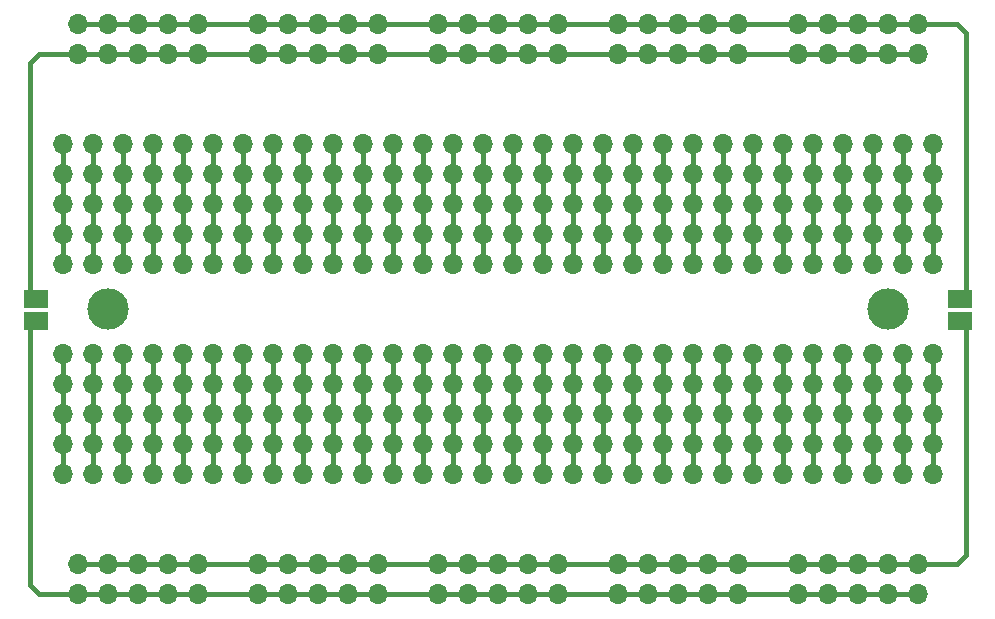
<source format=gbl>
G04 #@! TF.GenerationSoftware,KiCad,Pcbnew,(5.1.8)-1*
G04 #@! TF.CreationDate,2021-02-07T23:28:03+01:00*
G04 #@! TF.ProjectId,Breadboard 400,42726561-6462-46f6-9172-64203430302e,rev?*
G04 #@! TF.SameCoordinates,Original*
G04 #@! TF.FileFunction,Copper,L2,Bot*
G04 #@! TF.FilePolarity,Positive*
%FSLAX46Y46*%
G04 Gerber Fmt 4.6, Leading zero omitted, Abs format (unit mm)*
G04 Created by KiCad (PCBNEW (5.1.8)-1) date 2021-02-07 23:28:03*
%MOMM*%
%LPD*%
G01*
G04 APERTURE LIST*
G04 #@! TA.AperFunction,ComponentPad*
%ADD10O,1.700000X1.700000*%
G04 #@! TD*
G04 #@! TA.AperFunction,WasherPad*
%ADD11C,3.500000*%
G04 #@! TD*
G04 #@! TA.AperFunction,SMDPad,CuDef*
%ADD12R,2.000000X1.500000*%
G04 #@! TD*
G04 #@! TA.AperFunction,Conductor*
%ADD13C,0.381000*%
G04 #@! TD*
G04 APERTURE END LIST*
D10*
X158750000Y-73660000D03*
X156210000Y-73660000D03*
X153670000Y-73660000D03*
X151130000Y-73660000D03*
X148590000Y-73660000D03*
X148590000Y-71120000D03*
X151130000Y-71120000D03*
X153670000Y-71120000D03*
X156210000Y-71120000D03*
X158750000Y-71120000D03*
X119380000Y-81280000D03*
X119380000Y-83820000D03*
X119380000Y-86360000D03*
X119380000Y-88900000D03*
X119380000Y-91440000D03*
X119380000Y-99060000D03*
X119380000Y-101600000D03*
X119380000Y-104140000D03*
X119380000Y-106680000D03*
X119380000Y-109220000D03*
X86360000Y-109220000D03*
X86360000Y-106680000D03*
X86360000Y-104140000D03*
X86360000Y-101600000D03*
X86360000Y-99060000D03*
X86360000Y-91440000D03*
X86360000Y-88900000D03*
X86360000Y-86360000D03*
X86360000Y-83820000D03*
X86360000Y-81280000D03*
X109220000Y-109220000D03*
X109220000Y-106680000D03*
X109220000Y-104140000D03*
X109220000Y-101600000D03*
X109220000Y-99060000D03*
X109220000Y-91440000D03*
X109220000Y-88900000D03*
X109220000Y-86360000D03*
X109220000Y-83820000D03*
X109220000Y-81280000D03*
X111760000Y-81280000D03*
X111760000Y-83820000D03*
X111760000Y-86360000D03*
X111760000Y-88900000D03*
X111760000Y-91440000D03*
X111760000Y-99060000D03*
X111760000Y-101600000D03*
X111760000Y-104140000D03*
X111760000Y-106680000D03*
X111760000Y-109220000D03*
X113030000Y-116840000D03*
X110490000Y-116840000D03*
X107950000Y-116840000D03*
X105410000Y-116840000D03*
X102870000Y-116840000D03*
X102870000Y-119380000D03*
X105410000Y-119380000D03*
X107950000Y-119380000D03*
X110490000Y-119380000D03*
X113030000Y-119380000D03*
X88900000Y-81280000D03*
X88900000Y-83820000D03*
X88900000Y-86360000D03*
X88900000Y-88900000D03*
X88900000Y-91440000D03*
X88900000Y-99060000D03*
X88900000Y-101600000D03*
X88900000Y-104140000D03*
X88900000Y-106680000D03*
X88900000Y-109220000D03*
X143510000Y-119380000D03*
X140970000Y-119380000D03*
X138430000Y-119380000D03*
X135890000Y-119380000D03*
X133350000Y-119380000D03*
X133350000Y-116840000D03*
X135890000Y-116840000D03*
X138430000Y-116840000D03*
X140970000Y-116840000D03*
X143510000Y-116840000D03*
X116840000Y-109220000D03*
X116840000Y-106680000D03*
X116840000Y-104140000D03*
X116840000Y-101600000D03*
X116840000Y-99060000D03*
X116840000Y-91440000D03*
X116840000Y-88900000D03*
X116840000Y-86360000D03*
X116840000Y-83820000D03*
X116840000Y-81280000D03*
X128270000Y-116840000D03*
X125730000Y-116840000D03*
X123190000Y-116840000D03*
X120650000Y-116840000D03*
X118110000Y-116840000D03*
X118110000Y-119380000D03*
X120650000Y-119380000D03*
X123190000Y-119380000D03*
X125730000Y-119380000D03*
X128270000Y-119380000D03*
X91440000Y-109220000D03*
X91440000Y-106680000D03*
X91440000Y-104140000D03*
X91440000Y-101600000D03*
X91440000Y-99060000D03*
X91440000Y-91440000D03*
X91440000Y-88900000D03*
X91440000Y-86360000D03*
X91440000Y-83820000D03*
X91440000Y-81280000D03*
X96520000Y-109220000D03*
X96520000Y-106680000D03*
X96520000Y-104140000D03*
X96520000Y-101600000D03*
X96520000Y-99060000D03*
X96520000Y-91440000D03*
X96520000Y-88900000D03*
X96520000Y-86360000D03*
X96520000Y-83820000D03*
X96520000Y-81280000D03*
D11*
X90170000Y-95250000D03*
X156210000Y-95250000D03*
D10*
X106680000Y-109220000D03*
X106680000Y-106680000D03*
X106680000Y-104140000D03*
X106680000Y-101600000D03*
X106680000Y-99060000D03*
X106680000Y-91440000D03*
X106680000Y-88900000D03*
X106680000Y-86360000D03*
X106680000Y-83820000D03*
X106680000Y-81280000D03*
X99060000Y-81280000D03*
X99060000Y-83820000D03*
X99060000Y-86360000D03*
X99060000Y-88900000D03*
X99060000Y-91440000D03*
X99060000Y-99060000D03*
X99060000Y-101600000D03*
X99060000Y-104140000D03*
X99060000Y-106680000D03*
X99060000Y-109220000D03*
X104140000Y-81280000D03*
X104140000Y-83820000D03*
X104140000Y-86360000D03*
X104140000Y-88900000D03*
X104140000Y-91440000D03*
X104140000Y-99060000D03*
X104140000Y-101600000D03*
X104140000Y-104140000D03*
X104140000Y-106680000D03*
X104140000Y-109220000D03*
X101600000Y-109220000D03*
X101600000Y-106680000D03*
X101600000Y-104140000D03*
X101600000Y-101600000D03*
X101600000Y-99060000D03*
X101600000Y-91440000D03*
X101600000Y-88900000D03*
X101600000Y-86360000D03*
X101600000Y-83820000D03*
X101600000Y-81280000D03*
X93980000Y-81280000D03*
X93980000Y-83820000D03*
X93980000Y-86360000D03*
X93980000Y-88900000D03*
X93980000Y-91440000D03*
X93980000Y-99060000D03*
X93980000Y-101600000D03*
X93980000Y-104140000D03*
X93980000Y-106680000D03*
X93980000Y-109220000D03*
D12*
X84074000Y-96266000D03*
X84074000Y-94361000D03*
X162306000Y-96266000D03*
X162306000Y-94361000D03*
D10*
X97790000Y-73660000D03*
X95250000Y-73660000D03*
X92710000Y-73660000D03*
X90170000Y-73660000D03*
X87630000Y-73660000D03*
X87630000Y-71120000D03*
X90170000Y-71120000D03*
X92710000Y-71120000D03*
X95250000Y-71120000D03*
X97790000Y-71120000D03*
X158750000Y-116840000D03*
X156210000Y-116840000D03*
X153670000Y-116840000D03*
X151130000Y-116840000D03*
X148590000Y-116840000D03*
X148590000Y-119380000D03*
X151130000Y-119380000D03*
X153670000Y-119380000D03*
X156210000Y-119380000D03*
X158750000Y-119380000D03*
X97790000Y-119380000D03*
X95250000Y-119380000D03*
X92710000Y-119380000D03*
X90170000Y-119380000D03*
X87630000Y-119380000D03*
X87630000Y-116840000D03*
X90170000Y-116840000D03*
X92710000Y-116840000D03*
X95250000Y-116840000D03*
X97790000Y-116840000D03*
X128270000Y-71120000D03*
X125730000Y-71120000D03*
X123190000Y-71120000D03*
X120650000Y-71120000D03*
X118110000Y-71120000D03*
X118110000Y-73660000D03*
X120650000Y-73660000D03*
X123190000Y-73660000D03*
X125730000Y-73660000D03*
X128270000Y-73660000D03*
X113030000Y-73660000D03*
X110490000Y-73660000D03*
X107950000Y-73660000D03*
X105410000Y-73660000D03*
X102870000Y-73660000D03*
X102870000Y-71120000D03*
X105410000Y-71120000D03*
X107950000Y-71120000D03*
X110490000Y-71120000D03*
X113030000Y-71120000D03*
X143510000Y-71120000D03*
X140970000Y-71120000D03*
X138430000Y-71120000D03*
X135890000Y-71120000D03*
X133350000Y-71120000D03*
X133350000Y-73660000D03*
X135890000Y-73660000D03*
X138430000Y-73660000D03*
X140970000Y-73660000D03*
X143510000Y-73660000D03*
X149860000Y-81280000D03*
X149860000Y-83820000D03*
X149860000Y-86360000D03*
X149860000Y-88900000D03*
X149860000Y-91440000D03*
X149860000Y-99060000D03*
X149860000Y-101600000D03*
X149860000Y-104140000D03*
X149860000Y-106680000D03*
X149860000Y-109220000D03*
X147320000Y-109220000D03*
X147320000Y-106680000D03*
X147320000Y-104140000D03*
X147320000Y-101600000D03*
X147320000Y-99060000D03*
X147320000Y-91440000D03*
X147320000Y-88900000D03*
X147320000Y-86360000D03*
X147320000Y-83820000D03*
X147320000Y-81280000D03*
X144780000Y-81280000D03*
X144780000Y-83820000D03*
X144780000Y-86360000D03*
X144780000Y-88900000D03*
X144780000Y-91440000D03*
X144780000Y-99060000D03*
X144780000Y-101600000D03*
X144780000Y-104140000D03*
X144780000Y-106680000D03*
X144780000Y-109220000D03*
X142240000Y-109220000D03*
X142240000Y-106680000D03*
X142240000Y-104140000D03*
X142240000Y-101600000D03*
X142240000Y-99060000D03*
X142240000Y-91440000D03*
X142240000Y-88900000D03*
X142240000Y-86360000D03*
X142240000Y-83820000D03*
X142240000Y-81280000D03*
X139700000Y-109220000D03*
X139700000Y-106680000D03*
X139700000Y-104140000D03*
X139700000Y-101600000D03*
X139700000Y-99060000D03*
X139700000Y-91440000D03*
X139700000Y-88900000D03*
X139700000Y-86360000D03*
X139700000Y-83820000D03*
X139700000Y-81280000D03*
X137160000Y-81280000D03*
X137160000Y-83820000D03*
X137160000Y-86360000D03*
X137160000Y-88900000D03*
X137160000Y-91440000D03*
X137160000Y-99060000D03*
X137160000Y-101600000D03*
X137160000Y-104140000D03*
X137160000Y-106680000D03*
X137160000Y-109220000D03*
X134620000Y-109220000D03*
X134620000Y-106680000D03*
X134620000Y-104140000D03*
X134620000Y-101600000D03*
X134620000Y-99060000D03*
X134620000Y-91440000D03*
X134620000Y-88900000D03*
X134620000Y-86360000D03*
X134620000Y-83820000D03*
X134620000Y-81280000D03*
X132080000Y-81280000D03*
X132080000Y-83820000D03*
X132080000Y-86360000D03*
X132080000Y-88900000D03*
X132080000Y-91440000D03*
X132080000Y-99060000D03*
X132080000Y-101600000D03*
X132080000Y-104140000D03*
X132080000Y-106680000D03*
X132080000Y-109220000D03*
X129540000Y-109220000D03*
X129540000Y-106680000D03*
X129540000Y-104140000D03*
X129540000Y-101600000D03*
X129540000Y-99060000D03*
X129540000Y-91440000D03*
X129540000Y-88900000D03*
X129540000Y-86360000D03*
X129540000Y-83820000D03*
X129540000Y-81280000D03*
X127000000Y-81280000D03*
X127000000Y-83820000D03*
X127000000Y-86360000D03*
X127000000Y-88900000D03*
X127000000Y-91440000D03*
X127000000Y-99060000D03*
X127000000Y-101600000D03*
X127000000Y-104140000D03*
X127000000Y-106680000D03*
X127000000Y-109220000D03*
X124460000Y-109220000D03*
X124460000Y-106680000D03*
X124460000Y-104140000D03*
X124460000Y-101600000D03*
X124460000Y-99060000D03*
X124460000Y-91440000D03*
X124460000Y-88900000D03*
X124460000Y-86360000D03*
X124460000Y-83820000D03*
X124460000Y-81280000D03*
X121920000Y-81280000D03*
X121920000Y-83820000D03*
X121920000Y-86360000D03*
X121920000Y-88900000D03*
X121920000Y-91440000D03*
X121920000Y-99060000D03*
X121920000Y-101600000D03*
X121920000Y-104140000D03*
X121920000Y-106680000D03*
X121920000Y-109220000D03*
X114300000Y-109220000D03*
X114300000Y-106680000D03*
X114300000Y-104140000D03*
X114300000Y-101600000D03*
X114300000Y-99060000D03*
X114300000Y-91440000D03*
X114300000Y-88900000D03*
X114300000Y-86360000D03*
X114300000Y-83820000D03*
X114300000Y-81280000D03*
X152400000Y-109220000D03*
X152400000Y-106680000D03*
X152400000Y-104140000D03*
X152400000Y-101600000D03*
X152400000Y-99060000D03*
X152400000Y-91440000D03*
X152400000Y-88900000D03*
X152400000Y-86360000D03*
X152400000Y-83820000D03*
X152400000Y-81280000D03*
X154940000Y-81280000D03*
X154940000Y-83820000D03*
X154940000Y-86360000D03*
X154940000Y-88900000D03*
X154940000Y-91440000D03*
X154940000Y-99060000D03*
X154940000Y-101600000D03*
X154940000Y-104140000D03*
X154940000Y-106680000D03*
X154940000Y-109220000D03*
X157480000Y-109220000D03*
X157480000Y-106680000D03*
X157480000Y-104140000D03*
X157480000Y-101600000D03*
X157480000Y-99060000D03*
X157480000Y-91440000D03*
X157480000Y-88900000D03*
X157480000Y-86360000D03*
X157480000Y-83820000D03*
X157480000Y-81280000D03*
X160020000Y-81280000D03*
X160020000Y-83820000D03*
X160020000Y-86360000D03*
X160020000Y-88900000D03*
X160020000Y-91440000D03*
X160020000Y-99060000D03*
X160020000Y-101600000D03*
X160020000Y-104140000D03*
X160020000Y-106680000D03*
X160020000Y-109220000D03*
D13*
X143510000Y-71120000D02*
X148590000Y-71120000D01*
X153670000Y-71120000D02*
X156210000Y-71120000D01*
X148590000Y-71120000D02*
X151130000Y-71120000D01*
X156210000Y-71120000D02*
X158750000Y-71120000D01*
X151130000Y-71120000D02*
X153670000Y-71120000D01*
X128270000Y-71120000D02*
X133350000Y-71120000D01*
X138430000Y-71120000D02*
X140970000Y-71120000D01*
X133350000Y-71120000D02*
X135890000Y-71120000D01*
X140970000Y-71120000D02*
X143510000Y-71120000D01*
X135890000Y-71120000D02*
X138430000Y-71120000D01*
X113030000Y-71120000D02*
X118110000Y-71120000D01*
X123190000Y-71120000D02*
X125730000Y-71120000D01*
X118110000Y-71120000D02*
X120650000Y-71120000D01*
X125730000Y-71120000D02*
X128270000Y-71120000D01*
X120650000Y-71120000D02*
X123190000Y-71120000D01*
X92710000Y-71120000D02*
X95250000Y-71120000D01*
X87630000Y-71120000D02*
X90170000Y-71120000D01*
X95250000Y-71120000D02*
X97790000Y-71120000D01*
X90170000Y-71120000D02*
X92710000Y-71120000D01*
X97790000Y-71120000D02*
X102870000Y-71120000D01*
X102870000Y-71120000D02*
X105410000Y-71120000D01*
X105410000Y-71120000D02*
X107950000Y-71120000D01*
X107950000Y-71120000D02*
X110490000Y-71120000D01*
X110490000Y-71120000D02*
X113030000Y-71120000D01*
X162052000Y-71120000D02*
X158750000Y-71120000D01*
X162814000Y-71882000D02*
X162052000Y-71120000D01*
X162814000Y-93853000D02*
X162814000Y-71882000D01*
X162306000Y-94361000D02*
X162814000Y-93853000D01*
X156210000Y-73660000D02*
X153670000Y-73660000D01*
X151130000Y-73660000D02*
X148590000Y-73660000D01*
X158750000Y-73660000D02*
X156210000Y-73660000D01*
X148590000Y-73660000D02*
X143510000Y-73660000D01*
X153670000Y-73660000D02*
X151130000Y-73660000D01*
X140970000Y-73660000D02*
X138430000Y-73660000D01*
X135890000Y-73660000D02*
X133350000Y-73660000D01*
X143510000Y-73660000D02*
X140970000Y-73660000D01*
X133350000Y-73660000D02*
X128270000Y-73660000D01*
X138430000Y-73660000D02*
X135890000Y-73660000D01*
X125730000Y-73660000D02*
X123190000Y-73660000D01*
X120650000Y-73660000D02*
X118110000Y-73660000D01*
X128270000Y-73660000D02*
X125730000Y-73660000D01*
X118110000Y-73660000D02*
X113030000Y-73660000D01*
X123190000Y-73660000D02*
X120650000Y-73660000D01*
X95250000Y-73660000D02*
X92710000Y-73660000D01*
X90170000Y-73660000D02*
X87630000Y-73660000D01*
X97790000Y-73660000D02*
X95250000Y-73660000D01*
X92710000Y-73660000D02*
X90170000Y-73660000D01*
X113030000Y-73660000D02*
X110490000Y-73660000D01*
X110490000Y-73660000D02*
X107950000Y-73660000D01*
X107950000Y-73660000D02*
X105410000Y-73660000D01*
X105410000Y-73660000D02*
X102870000Y-73660000D01*
X102870000Y-73660000D02*
X97790000Y-73660000D01*
X84328000Y-73660000D02*
X87630000Y-73660000D01*
X83566000Y-74422000D02*
X84328000Y-73660000D01*
X83566000Y-93853000D02*
X83566000Y-74422000D01*
X84074000Y-94361000D02*
X83566000Y-93853000D01*
X92710000Y-116840000D02*
X95250000Y-116840000D01*
X87630000Y-116840000D02*
X90170000Y-116840000D01*
X95250000Y-116840000D02*
X97790000Y-116840000D01*
X90170000Y-116840000D02*
X92710000Y-116840000D01*
X97790000Y-116840000D02*
X102870000Y-116840000D01*
X107950000Y-116840000D02*
X110490000Y-116840000D01*
X102870000Y-116840000D02*
X105410000Y-116840000D01*
X110490000Y-116840000D02*
X113030000Y-116840000D01*
X105410000Y-116840000D02*
X107950000Y-116840000D01*
X113030000Y-116840000D02*
X118110000Y-116840000D01*
X123190000Y-116840000D02*
X125730000Y-116840000D01*
X118110000Y-116840000D02*
X120650000Y-116840000D01*
X125730000Y-116840000D02*
X128270000Y-116840000D01*
X120650000Y-116840000D02*
X123190000Y-116840000D01*
X128270000Y-116840000D02*
X133350000Y-116840000D01*
X138430000Y-116840000D02*
X140970000Y-116840000D01*
X133350000Y-116840000D02*
X135890000Y-116840000D01*
X140970000Y-116840000D02*
X143510000Y-116840000D01*
X135890000Y-116840000D02*
X138430000Y-116840000D01*
X143510000Y-116840000D02*
X148590000Y-116840000D01*
X153670000Y-116840000D02*
X156210000Y-116840000D01*
X148590000Y-116840000D02*
X151130000Y-116840000D01*
X156210000Y-116840000D02*
X158750000Y-116840000D01*
X151130000Y-116840000D02*
X153670000Y-116840000D01*
X162052000Y-116840000D02*
X158750000Y-116840000D01*
X162814000Y-116078000D02*
X162052000Y-116840000D01*
X162814000Y-96774000D02*
X162814000Y-116078000D01*
X162306000Y-96266000D02*
X162814000Y-96774000D01*
X95250000Y-119380000D02*
X92710000Y-119380000D01*
X90170000Y-119380000D02*
X87630000Y-119380000D01*
X97790000Y-119380000D02*
X95250000Y-119380000D01*
X92710000Y-119380000D02*
X90170000Y-119380000D01*
X110490000Y-119380000D02*
X107950000Y-119380000D01*
X105410000Y-119380000D02*
X102870000Y-119380000D01*
X113030000Y-119380000D02*
X110490000Y-119380000D01*
X102870000Y-119380000D02*
X97790000Y-119380000D01*
X107950000Y-119380000D02*
X105410000Y-119380000D01*
X125730000Y-119380000D02*
X123190000Y-119380000D01*
X120650000Y-119380000D02*
X118110000Y-119380000D01*
X128270000Y-119380000D02*
X125730000Y-119380000D01*
X118110000Y-119380000D02*
X113030000Y-119380000D01*
X123190000Y-119380000D02*
X120650000Y-119380000D01*
X140970000Y-119380000D02*
X138430000Y-119380000D01*
X135890000Y-119380000D02*
X133350000Y-119380000D01*
X143510000Y-119380000D02*
X140970000Y-119380000D01*
X133350000Y-119380000D02*
X128270000Y-119380000D01*
X138430000Y-119380000D02*
X135890000Y-119380000D01*
X156210000Y-119380000D02*
X153670000Y-119380000D01*
X151130000Y-119380000D02*
X148590000Y-119380000D01*
X158750000Y-119380000D02*
X156210000Y-119380000D01*
X148590000Y-119380000D02*
X143510000Y-119380000D01*
X153670000Y-119380000D02*
X151130000Y-119380000D01*
X84328000Y-119380000D02*
X87630000Y-119380000D01*
X83566000Y-118618000D02*
X84328000Y-119380000D01*
X83566000Y-96774000D02*
X83566000Y-118618000D01*
X84074000Y-96266000D02*
X83566000Y-96774000D01*
X88900000Y-83820000D02*
X88900000Y-86360000D01*
X88900000Y-88900000D02*
X88900000Y-86360000D01*
X88900000Y-81280000D02*
X88900000Y-83820000D01*
X88900000Y-88900000D02*
X88900000Y-91440000D01*
X88900000Y-106680000D02*
X88900000Y-104140000D01*
X88900000Y-101600000D02*
X88900000Y-104140000D01*
X88900000Y-106680000D02*
X88900000Y-109220000D01*
X88900000Y-99060000D02*
X88900000Y-101600000D01*
X116840000Y-99060000D02*
X116840000Y-101600000D01*
X116840000Y-106680000D02*
X116840000Y-104140000D01*
X116840000Y-101600000D02*
X116840000Y-104140000D01*
X116840000Y-106680000D02*
X116840000Y-109220000D01*
X116840000Y-88900000D02*
X116840000Y-86360000D01*
X116840000Y-81280000D02*
X116840000Y-83820000D01*
X116840000Y-88900000D02*
X116840000Y-91440000D01*
X116840000Y-83820000D02*
X116840000Y-86360000D01*
X119380000Y-81280000D02*
X119380000Y-83820000D01*
X119380000Y-88900000D02*
X119380000Y-86360000D01*
X119380000Y-83820000D02*
X119380000Y-86360000D01*
X119380000Y-88900000D02*
X119380000Y-91440000D01*
X119380000Y-99060000D02*
X119380000Y-101600000D01*
X119380000Y-106680000D02*
X119380000Y-104140000D01*
X119380000Y-106680000D02*
X119380000Y-109220000D01*
X119380000Y-101600000D02*
X119380000Y-104140000D01*
X86360000Y-99060000D02*
X86360000Y-101600000D01*
X86360000Y-101600000D02*
X86360000Y-104140000D01*
X86360000Y-106680000D02*
X86360000Y-104140000D01*
X86360000Y-106680000D02*
X86360000Y-109220000D01*
X86360000Y-83820000D02*
X86360000Y-86360000D01*
X86360000Y-88900000D02*
X86360000Y-86360000D01*
X86360000Y-88900000D02*
X86360000Y-91440000D01*
X86360000Y-81280000D02*
X86360000Y-83820000D01*
X111760000Y-88900000D02*
X111760000Y-91440000D01*
X111760000Y-88900000D02*
X111760000Y-86360000D01*
X111760000Y-81280000D02*
X111760000Y-83820000D01*
X111760000Y-83820000D02*
X111760000Y-86360000D01*
X111760000Y-106680000D02*
X111760000Y-104140000D01*
X111760000Y-101600000D02*
X111760000Y-104140000D01*
X111760000Y-106680000D02*
X111760000Y-109220000D01*
X111760000Y-99060000D02*
X111760000Y-101600000D01*
X109220000Y-106680000D02*
X109220000Y-104140000D01*
X109220000Y-101600000D02*
X109220000Y-104140000D01*
X109220000Y-106680000D02*
X109220000Y-109220000D01*
X109220000Y-99060000D02*
X109220000Y-101600000D01*
X109220000Y-88900000D02*
X109220000Y-86360000D01*
X109220000Y-83820000D02*
X109220000Y-86360000D01*
X109220000Y-81280000D02*
X109220000Y-83820000D01*
X109220000Y-88900000D02*
X109220000Y-91440000D01*
X106680000Y-106680000D02*
X106680000Y-104140000D01*
X106680000Y-101600000D02*
X106680000Y-104140000D01*
X106680000Y-106680000D02*
X106680000Y-109220000D01*
X106680000Y-99060000D02*
X106680000Y-101600000D01*
X106680000Y-83820000D02*
X106680000Y-86360000D01*
X106680000Y-88900000D02*
X106680000Y-86360000D01*
X106680000Y-88900000D02*
X106680000Y-91440000D01*
X106680000Y-81280000D02*
X106680000Y-83820000D01*
X104140000Y-91440000D02*
X104140000Y-88900000D01*
X104140000Y-88900000D02*
X104140000Y-86360000D01*
X104140000Y-86360000D02*
X104140000Y-83820000D01*
X104140000Y-83820000D02*
X104140000Y-81280000D01*
X104140000Y-106680000D02*
X104140000Y-104140000D01*
X104140000Y-101600000D02*
X104140000Y-104140000D01*
X104140000Y-106680000D02*
X104140000Y-109220000D01*
X104140000Y-99060000D02*
X104140000Y-101600000D01*
X101600000Y-106680000D02*
X101600000Y-104140000D01*
X101600000Y-101600000D02*
X101600000Y-104140000D01*
X101600000Y-106680000D02*
X101600000Y-109220000D01*
X101600000Y-99060000D02*
X101600000Y-101600000D01*
X101600000Y-81280000D02*
X101600000Y-83820000D01*
X101600000Y-83820000D02*
X101600000Y-86360000D01*
X101600000Y-86360000D02*
X101600000Y-88900000D01*
X101600000Y-88900000D02*
X101600000Y-91440000D01*
X99060000Y-91440000D02*
X99060000Y-88900000D01*
X99060000Y-88900000D02*
X99060000Y-86360000D01*
X99060000Y-86360000D02*
X99060000Y-83820000D01*
X99060000Y-83820000D02*
X99060000Y-81280000D01*
X99060000Y-106680000D02*
X99060000Y-104140000D01*
X99060000Y-101600000D02*
X99060000Y-104140000D01*
X99060000Y-106680000D02*
X99060000Y-109220000D01*
X99060000Y-99060000D02*
X99060000Y-101600000D01*
X96520000Y-106680000D02*
X96520000Y-104140000D01*
X96520000Y-101600000D02*
X96520000Y-104140000D01*
X96520000Y-106680000D02*
X96520000Y-109220000D01*
X96520000Y-99060000D02*
X96520000Y-101600000D01*
X96520000Y-88900000D02*
X96520000Y-86360000D01*
X96520000Y-88900000D02*
X96520000Y-91440000D01*
X96520000Y-81280000D02*
X96520000Y-83820000D01*
X96520000Y-83820000D02*
X96520000Y-86360000D01*
X93980000Y-88900000D02*
X93980000Y-91440000D01*
X93980000Y-81280000D02*
X93980000Y-83820000D01*
X93980000Y-88900000D02*
X93980000Y-86360000D01*
X93980000Y-83820000D02*
X93980000Y-86360000D01*
X93980000Y-106680000D02*
X93980000Y-104140000D01*
X93980000Y-101600000D02*
X93980000Y-104140000D01*
X93980000Y-106680000D02*
X93980000Y-109220000D01*
X93980000Y-99060000D02*
X93980000Y-101600000D01*
X91440000Y-106680000D02*
X91440000Y-104140000D01*
X91440000Y-101600000D02*
X91440000Y-104140000D01*
X91440000Y-106680000D02*
X91440000Y-109220000D01*
X91440000Y-99060000D02*
X91440000Y-101600000D01*
X91440000Y-88900000D02*
X91440000Y-86360000D01*
X91440000Y-88900000D02*
X91440000Y-91440000D01*
X91440000Y-81280000D02*
X91440000Y-83820000D01*
X91440000Y-83820000D02*
X91440000Y-86360000D01*
X149860000Y-88900000D02*
X149860000Y-91440000D01*
X149860000Y-88900000D02*
X149860000Y-86360000D01*
X149860000Y-81280000D02*
X149860000Y-83820000D01*
X149860000Y-83820000D02*
X149860000Y-86360000D01*
X149860000Y-99060000D02*
X149860000Y-101600000D01*
X149860000Y-106680000D02*
X149860000Y-104140000D01*
X149860000Y-101600000D02*
X149860000Y-104140000D01*
X149860000Y-106680000D02*
X149860000Y-109220000D01*
X147320000Y-106680000D02*
X147320000Y-109220000D01*
X147320000Y-99060000D02*
X147320000Y-101600000D01*
X147320000Y-106680000D02*
X147320000Y-104140000D01*
X147320000Y-101600000D02*
X147320000Y-104140000D01*
X147320000Y-88900000D02*
X147320000Y-91440000D01*
X147320000Y-81280000D02*
X147320000Y-83820000D01*
X147320000Y-88900000D02*
X147320000Y-86360000D01*
X147320000Y-83820000D02*
X147320000Y-86360000D01*
X144780000Y-81280000D02*
X144780000Y-83820000D01*
X144780000Y-83820000D02*
X144780000Y-86360000D01*
X144780000Y-88900000D02*
X144780000Y-91440000D01*
X144780000Y-88900000D02*
X144780000Y-86360000D01*
X144780000Y-99060000D02*
X144780000Y-101600000D01*
X144780000Y-106680000D02*
X144780000Y-104140000D01*
X144780000Y-106680000D02*
X144780000Y-109220000D01*
X144780000Y-101600000D02*
X144780000Y-104140000D01*
X142240000Y-99060000D02*
X142240000Y-101600000D01*
X142240000Y-106680000D02*
X142240000Y-104140000D01*
X142240000Y-101600000D02*
X142240000Y-104140000D01*
X142240000Y-106680000D02*
X142240000Y-109220000D01*
X142240000Y-81280000D02*
X142240000Y-83820000D01*
X142240000Y-83820000D02*
X142240000Y-86360000D01*
X142240000Y-88900000D02*
X142240000Y-86360000D01*
X142240000Y-88900000D02*
X142240000Y-91440000D01*
X139700000Y-99060000D02*
X139700000Y-101600000D01*
X139700000Y-101600000D02*
X139700000Y-104140000D01*
X139700000Y-106680000D02*
X139700000Y-104140000D01*
X139700000Y-106680000D02*
X139700000Y-109220000D01*
X139700000Y-81280000D02*
X139700000Y-83820000D01*
X139700000Y-83820000D02*
X139700000Y-86360000D01*
X139700000Y-88900000D02*
X139700000Y-86360000D01*
X139700000Y-88900000D02*
X139700000Y-91440000D01*
X137160000Y-88900000D02*
X137160000Y-91440000D01*
X137160000Y-83820000D02*
X137160000Y-86360000D01*
X137160000Y-81280000D02*
X137160000Y-83820000D01*
X137160000Y-88900000D02*
X137160000Y-86360000D01*
X137160000Y-106680000D02*
X137160000Y-104140000D01*
X137160000Y-101600000D02*
X137160000Y-104140000D01*
X137160000Y-106680000D02*
X137160000Y-109220000D01*
X137160000Y-99060000D02*
X137160000Y-101600000D01*
X134620000Y-106680000D02*
X134620000Y-109220000D01*
X134620000Y-106680000D02*
X134620000Y-104140000D01*
X134620000Y-99060000D02*
X134620000Y-101600000D01*
X134620000Y-101600000D02*
X134620000Y-104140000D01*
X134620000Y-88900000D02*
X134620000Y-91440000D01*
X134620000Y-83820000D02*
X134620000Y-86360000D01*
X134620000Y-88900000D02*
X134620000Y-86360000D01*
X134620000Y-81280000D02*
X134620000Y-83820000D01*
X132080000Y-88900000D02*
X132080000Y-86360000D01*
X132080000Y-83820000D02*
X132080000Y-86360000D01*
X132080000Y-81280000D02*
X132080000Y-83820000D01*
X132080000Y-88900000D02*
X132080000Y-91440000D01*
X132080000Y-101600000D02*
X132080000Y-104140000D01*
X132080000Y-106680000D02*
X132080000Y-104140000D01*
X132080000Y-106680000D02*
X132080000Y-109220000D01*
X132080000Y-99060000D02*
X132080000Y-101600000D01*
X129540000Y-106680000D02*
X129540000Y-109220000D01*
X129540000Y-101600000D02*
X129540000Y-104140000D01*
X129540000Y-106680000D02*
X129540000Y-104140000D01*
X129540000Y-99060000D02*
X129540000Y-101600000D01*
X129540000Y-88900000D02*
X129540000Y-91440000D01*
X129540000Y-88900000D02*
X129540000Y-86360000D01*
X129540000Y-83820000D02*
X129540000Y-86360000D01*
X129540000Y-81280000D02*
X129540000Y-83820000D01*
X127000000Y-88900000D02*
X127000000Y-86360000D01*
X127000000Y-83820000D02*
X127000000Y-86360000D01*
X127000000Y-88900000D02*
X127000000Y-91440000D01*
X127000000Y-81280000D02*
X127000000Y-83820000D01*
X127000000Y-101600000D02*
X127000000Y-104140000D01*
X127000000Y-99060000D02*
X127000000Y-101600000D01*
X127000000Y-106680000D02*
X127000000Y-109220000D01*
X127000000Y-106680000D02*
X127000000Y-104140000D01*
X124460000Y-99060000D02*
X124460000Y-101600000D01*
X124460000Y-106680000D02*
X124460000Y-109220000D01*
X124460000Y-106680000D02*
X124460000Y-104140000D01*
X124460000Y-101600000D02*
X124460000Y-104140000D01*
X124460000Y-83820000D02*
X124460000Y-86360000D01*
X124460000Y-81280000D02*
X124460000Y-83820000D01*
X124460000Y-88900000D02*
X124460000Y-91440000D01*
X124460000Y-88900000D02*
X124460000Y-86360000D01*
X121920000Y-83820000D02*
X121920000Y-86360000D01*
X121920000Y-88900000D02*
X121920000Y-86360000D01*
X121920000Y-81280000D02*
X121920000Y-83820000D01*
X121920000Y-88900000D02*
X121920000Y-91440000D01*
X121920000Y-106680000D02*
X121920000Y-109220000D01*
X121920000Y-99060000D02*
X121920000Y-101600000D01*
X121920000Y-106680000D02*
X121920000Y-104140000D01*
X121920000Y-101600000D02*
X121920000Y-104140000D01*
X114300000Y-99060000D02*
X114300000Y-101600000D01*
X114300000Y-101600000D02*
X114300000Y-104140000D01*
X114300000Y-106680000D02*
X114300000Y-104140000D01*
X114300000Y-106680000D02*
X114300000Y-109220000D01*
X114300000Y-88900000D02*
X114300000Y-86360000D01*
X114300000Y-81280000D02*
X114300000Y-83820000D01*
X114300000Y-88900000D02*
X114300000Y-91440000D01*
X114300000Y-83820000D02*
X114300000Y-86360000D01*
X152400000Y-101600000D02*
X152400000Y-104140000D01*
X152400000Y-99060000D02*
X152400000Y-101600000D01*
X152400000Y-106680000D02*
X152400000Y-109220000D01*
X152400000Y-106680000D02*
X152400000Y-104140000D01*
X152400000Y-81280000D02*
X152400000Y-83820000D01*
X152400000Y-83820000D02*
X152400000Y-86360000D01*
X152400000Y-88900000D02*
X152400000Y-91440000D01*
X152400000Y-88900000D02*
X152400000Y-86360000D01*
X154940000Y-88900000D02*
X154940000Y-91440000D01*
X154940000Y-88900000D02*
X154940000Y-86360000D01*
X154940000Y-81280000D02*
X154940000Y-83820000D01*
X154940000Y-83820000D02*
X154940000Y-86360000D01*
X154940000Y-106680000D02*
X154940000Y-109220000D01*
X154940000Y-99060000D02*
X154940000Y-101600000D01*
X154940000Y-106680000D02*
X154940000Y-104140000D01*
X154940000Y-101600000D02*
X154940000Y-104140000D01*
X157480000Y-101600000D02*
X157480000Y-104140000D01*
X157480000Y-106680000D02*
X157480000Y-104140000D01*
X157480000Y-106680000D02*
X157480000Y-109220000D01*
X157480000Y-99060000D02*
X157480000Y-101600000D01*
X157480000Y-88900000D02*
X157480000Y-86360000D01*
X157480000Y-83820000D02*
X157480000Y-86360000D01*
X157480000Y-81280000D02*
X157480000Y-83820000D01*
X157480000Y-88900000D02*
X157480000Y-91440000D01*
X160020000Y-88900000D02*
X160020000Y-91440000D01*
X160020000Y-81280000D02*
X160020000Y-83820000D01*
X160020000Y-83820000D02*
X160020000Y-86360000D01*
X160020000Y-88900000D02*
X160020000Y-86360000D01*
X160020000Y-106680000D02*
X160020000Y-109220000D01*
X160020000Y-106680000D02*
X160020000Y-104140000D01*
X160020000Y-99060000D02*
X160020000Y-101600000D01*
X160020000Y-101600000D02*
X160020000Y-104140000D01*
M02*

</source>
